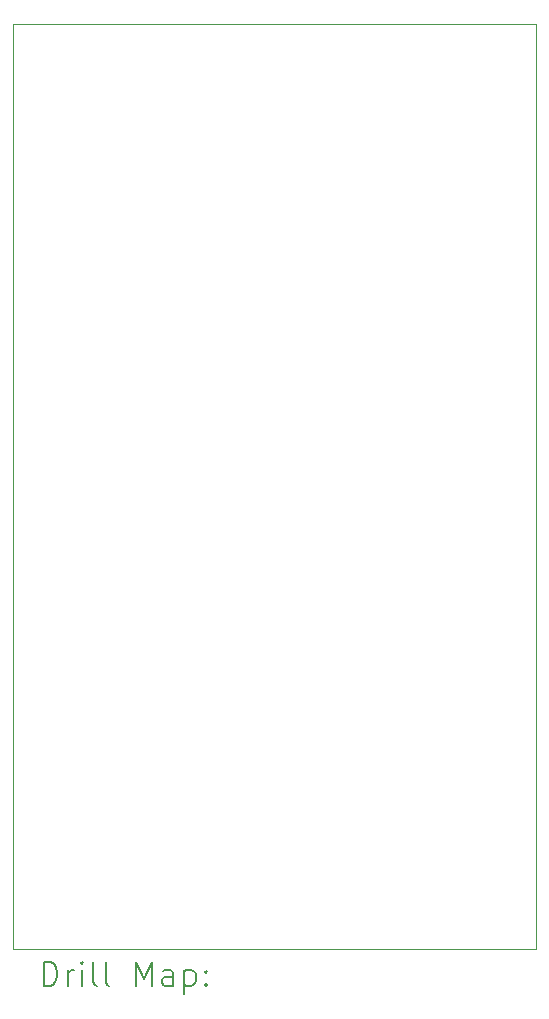
<source format=gbr>
%TF.GenerationSoftware,KiCad,Pcbnew,8.0.7-1.fc41*%
%TF.CreationDate,2025-04-02T21:27:31-07:00*%
%TF.ProjectId,EP-Booster,45502d42-6f6f-4737-9465-722e6b696361,rev?*%
%TF.SameCoordinates,Original*%
%TF.FileFunction,Drillmap*%
%TF.FilePolarity,Positive*%
%FSLAX45Y45*%
G04 Gerber Fmt 4.5, Leading zero omitted, Abs format (unit mm)*
G04 Created by KiCad (PCBNEW 8.0.7-1.fc41) date 2025-04-02 21:27:31*
%MOMM*%
%LPD*%
G01*
G04 APERTURE LIST*
%ADD10C,0.050000*%
%ADD11C,0.200000*%
G04 APERTURE END LIST*
D10*
X12100000Y-2300000D02*
X16525000Y-2300000D01*
X16525000Y-10125000D01*
X12100000Y-10125000D01*
X12100000Y-2300000D01*
D11*
X12358277Y-10438984D02*
X12358277Y-10238984D01*
X12358277Y-10238984D02*
X12405896Y-10238984D01*
X12405896Y-10238984D02*
X12434467Y-10248508D01*
X12434467Y-10248508D02*
X12453515Y-10267555D01*
X12453515Y-10267555D02*
X12463039Y-10286603D01*
X12463039Y-10286603D02*
X12472562Y-10324698D01*
X12472562Y-10324698D02*
X12472562Y-10353270D01*
X12472562Y-10353270D02*
X12463039Y-10391365D01*
X12463039Y-10391365D02*
X12453515Y-10410412D01*
X12453515Y-10410412D02*
X12434467Y-10429460D01*
X12434467Y-10429460D02*
X12405896Y-10438984D01*
X12405896Y-10438984D02*
X12358277Y-10438984D01*
X12558277Y-10438984D02*
X12558277Y-10305650D01*
X12558277Y-10343746D02*
X12567801Y-10324698D01*
X12567801Y-10324698D02*
X12577324Y-10315174D01*
X12577324Y-10315174D02*
X12596372Y-10305650D01*
X12596372Y-10305650D02*
X12615420Y-10305650D01*
X12682086Y-10438984D02*
X12682086Y-10305650D01*
X12682086Y-10238984D02*
X12672562Y-10248508D01*
X12672562Y-10248508D02*
X12682086Y-10258031D01*
X12682086Y-10258031D02*
X12691610Y-10248508D01*
X12691610Y-10248508D02*
X12682086Y-10238984D01*
X12682086Y-10238984D02*
X12682086Y-10258031D01*
X12805896Y-10438984D02*
X12786848Y-10429460D01*
X12786848Y-10429460D02*
X12777324Y-10410412D01*
X12777324Y-10410412D02*
X12777324Y-10238984D01*
X12910658Y-10438984D02*
X12891610Y-10429460D01*
X12891610Y-10429460D02*
X12882086Y-10410412D01*
X12882086Y-10410412D02*
X12882086Y-10238984D01*
X13139229Y-10438984D02*
X13139229Y-10238984D01*
X13139229Y-10238984D02*
X13205896Y-10381841D01*
X13205896Y-10381841D02*
X13272562Y-10238984D01*
X13272562Y-10238984D02*
X13272562Y-10438984D01*
X13453515Y-10438984D02*
X13453515Y-10334222D01*
X13453515Y-10334222D02*
X13443991Y-10315174D01*
X13443991Y-10315174D02*
X13424943Y-10305650D01*
X13424943Y-10305650D02*
X13386848Y-10305650D01*
X13386848Y-10305650D02*
X13367801Y-10315174D01*
X13453515Y-10429460D02*
X13434467Y-10438984D01*
X13434467Y-10438984D02*
X13386848Y-10438984D01*
X13386848Y-10438984D02*
X13367801Y-10429460D01*
X13367801Y-10429460D02*
X13358277Y-10410412D01*
X13358277Y-10410412D02*
X13358277Y-10391365D01*
X13358277Y-10391365D02*
X13367801Y-10372317D01*
X13367801Y-10372317D02*
X13386848Y-10362793D01*
X13386848Y-10362793D02*
X13434467Y-10362793D01*
X13434467Y-10362793D02*
X13453515Y-10353270D01*
X13548753Y-10305650D02*
X13548753Y-10505650D01*
X13548753Y-10315174D02*
X13567801Y-10305650D01*
X13567801Y-10305650D02*
X13605896Y-10305650D01*
X13605896Y-10305650D02*
X13624943Y-10315174D01*
X13624943Y-10315174D02*
X13634467Y-10324698D01*
X13634467Y-10324698D02*
X13643991Y-10343746D01*
X13643991Y-10343746D02*
X13643991Y-10400889D01*
X13643991Y-10400889D02*
X13634467Y-10419936D01*
X13634467Y-10419936D02*
X13624943Y-10429460D01*
X13624943Y-10429460D02*
X13605896Y-10438984D01*
X13605896Y-10438984D02*
X13567801Y-10438984D01*
X13567801Y-10438984D02*
X13548753Y-10429460D01*
X13729705Y-10419936D02*
X13739229Y-10429460D01*
X13739229Y-10429460D02*
X13729705Y-10438984D01*
X13729705Y-10438984D02*
X13720182Y-10429460D01*
X13720182Y-10429460D02*
X13729705Y-10419936D01*
X13729705Y-10419936D02*
X13729705Y-10438984D01*
X13729705Y-10315174D02*
X13739229Y-10324698D01*
X13739229Y-10324698D02*
X13729705Y-10334222D01*
X13729705Y-10334222D02*
X13720182Y-10324698D01*
X13720182Y-10324698D02*
X13729705Y-10315174D01*
X13729705Y-10315174D02*
X13729705Y-10334222D01*
M02*

</source>
